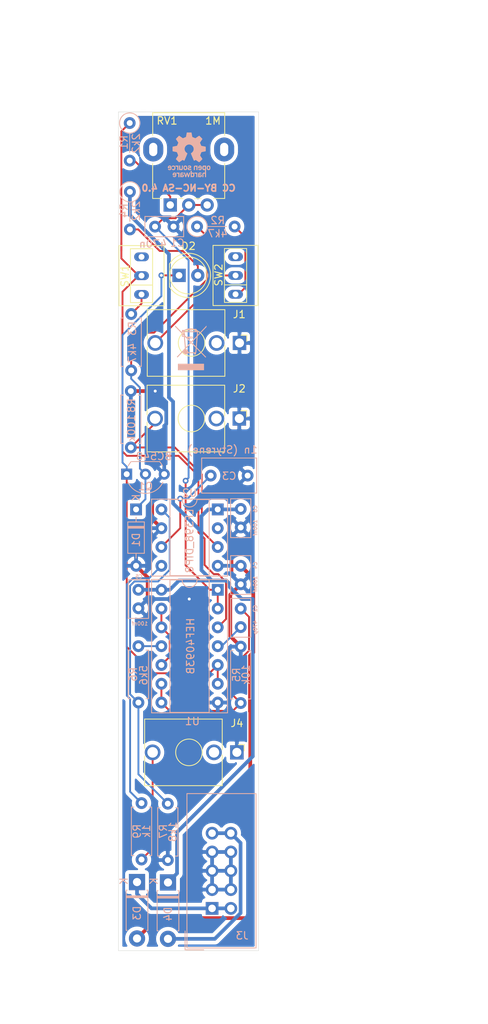
<source format=kicad_pcb>
(kicad_pcb (version 20171130) (host pcbnew "(5.1.4)-1")
  (layers (0 F.Cu signal) (31 B.Cu signal) (34 B.Paste user) (35 F.Paste user) (36 B.SilkS user) (37 F.SilkS user) (38 B.Mask user) (39 F.Mask user) (44 Edge.Cuts user))
  (net 0 "")
  (net 1 Earth)
  (net 2 "Net-(C1-Pad1)")
  (net 3 "Net-(C2-Pad2)")
  (net 4 "Net-(C2-Pad1)")
  (net 5 "Net-(C3-Pad1)")
  (net 6 "Net-(D1-Pad1)")
  (net 7 "Net-(D2-Pad2)")
  (net 8 "Net-(D2-Pad1)")
  (net 9 -12V)
  (net 10 "Net-(D3-Pad1)")
  (net 11 "Net-(D4-Pad2)")
  (net 12 +12V)
  (net 13 "Net-(J1-PadT)")
  (net 14 "Net-(J2-PadT)")
  (net 15 "Net-(J4-PadT)")
  (net 16 "Net-(R1-Pad2)")
  (net 17 "Net-(R1-Pad1)")
  (net 18 "Net-(R3-Pad2)")
  (net 19 "Net-(R6-Pad2)")
  (net 20 "Net-(R6-Pad1)")
  (net 21 "Net-(U1-Pad10)")
  (net 22 "Net-(U2-Pad2)")
  (net 23 "Net-(SW1-Pad3)")
  (net 24 "Net-(R2-Pad2)")
  (net 25 "Net-(SW2-Pad3)")
  (net 26 "Net-(R9-Pad2)")
  (module Symbol:WEEE-Logo_4.2x6mm_SilkScreen (layer B.Cu) (at 112.8268 110.6932 180)
    (fp_text reference J26 hide)
    (fp_text value WEEE hide)
  )
  (module Symbol:OSHW-Logo_5.7x6mm_SilkScreen (layer B.Cu) (at 112.5982 84.6074 180)
    (fp_text reference J27 hide)
    (fp_text value OSHW hide)
  )
  (module Resistor_THT:R_Axial_DIN0207_L6.3mm_D2.5mm_P5.08mm_Vertical (layer B.Cu) (at 104.5718 89.6112 270)
    (fp_text reference R4 (at 2.54 0.8128 270) (layer B.SilkS) (effects (justify mirror)))
    (fp_text value 2k2 (at 2.5908 -0.8382 270) (layer B.SilkS) (effects (justify mirror)))
    (pad 2 thru_hole oval (at 5.08 0 270) (size 1.6 1.6) (drill 0.8) (layers *.Cu *.Mask) (net 7 "Net-(D2-Pad2)"))
    (pad 1 thru_hole circle (at 0 0 270) (size 1.6 1.6) (drill 0.8) (layers *.Cu *.Mask) (net 12 +12V))
  )
  (module Resistor_THT:R_Axial_DIN0207_L6.3mm_D2.5mm_P5.08mm_Vertical (layer B.Cu) (at 113.665 94.2975)
    (fp_text reference R2 (at 2.794 -0.8255) (layer B.SilkS) (effects (justify mirror)))
    (fp_text value 4k7 (at 2.794 0.9525) (layer B.SilkS) (effects (justify mirror)))
    (pad 2 thru_hole oval (at 5.08 0) (size 1.6 1.6) (drill 0.8) (layers *.Cu *.Mask) (net 24 "Net-(R2-Pad2)"))
    (pad 1 thru_hole circle (at 0 0) (size 1.6 1.6) (drill 0.8) (layers *.Cu *.Mask) (net 6 "Net-(D1-Pad1)"))
  )
  (module Resistor_THT:R_Axial_DIN0207_L6.3mm_D2.5mm_P5.08mm_Vertical (layer B.Cu) (at 104.5464 80.3148 270)
    (fp_text reference R1 (at 2.6162 0.7874 90) (layer B.SilkS) (effects (justify mirror)))
    (fp_text value 2k2 (at 2.7432 -0.8636 90) (layer B.SilkS) (effects (justify mirror)))
    (pad 2 thru_hole oval (at 5.08 0 270) (size 1.6 1.6) (drill 0.8) (layers *.Cu *.Mask) (net 16 "Net-(R1-Pad2)"))
    (pad 1 thru_hole circle (at 0 0 270) (size 1.6 1.6) (drill 0.8) (layers *.Cu *.Mask) (net 17 "Net-(R1-Pad1)"))
  )
  (module RS:sub-mini-spdt-thonk (layer F.Cu) (at 118.999 100.9142)
    (fp_text reference SW2 (at -2.413 -0.0762 270) (layer F.SilkS))
    (fp_text value SW_SPDT)
    (pad 3 thru_hole oval (at -0.127 -2.54 90) (size 1.2 2) (drill 0.8) (layers *.Cu *.Mask) (net 25 "Net-(SW2-Pad3)"))
    (pad 2 thru_hole oval (at -0.127 0 90) (size 1.2 2) (drill 0.8) (layers *.Cu *.Mask) (net 13 "Net-(J1-PadT)"))
    (pad 1 thru_hole oval (at -0.127 2.54 90) (size 1.2 2) (drill 0.8) (layers *.Cu *.Mask) (net 24 "Net-(R2-Pad2)"))
  )
  (module RS:sub-mini-spdt-thonk (layer F.Cu) (at 106.2736 100.9396)
    (fp_text reference SW1 (at -2.3876 0.0254 270) (layer F.SilkS))
    (fp_text value SW_SPDT)
    (pad 3 thru_hole oval (at -0.127 -2.54 90) (size 1.2 2) (drill 0.8) (layers *.Cu *.Mask) (net 23 "Net-(SW1-Pad3)"))
    (pad 2 thru_hole oval (at -0.127 0 90) (size 1.2 2) (drill 0.8) (layers *.Cu *.Mask) (net 17 "Net-(R1-Pad1)"))
    (pad 1 thru_hole oval (at -0.127 2.54 90) (size 1.2 2) (drill 0.8) (layers *.Cu *.Mask) (net 18 "Net-(R3-Pad2)"))
  )
  (module Resistor_THT:R_Axial_DIN0207_L6.3mm_D2.5mm_P7.62mm_Horizontal (layer B.Cu) (at 106.1466 179.832 90)
    (fp_text reference R9 (at 3.81 -0.6096 270) (layer B.SilkS) (effects (justify mirror)))
    (fp_text value 1k (at 3.81 0.6604 270) (layer B.SilkS) (effects (justify mirror)))
    (pad 2 thru_hole oval (at 7.62 0 90) (size 1.6 1.6) (drill 0.8) (layers *.Cu *.Mask) (net 26 "Net-(R9-Pad2)"))
    (pad 1 thru_hole circle (at 0 0 90) (size 1.6 1.6) (drill 0.8) (layers *.Cu *.Mask) (net 15 "Net-(J4-PadT)"))
  )
  (module Resistor_THT:R_Axial_DIN0207_L6.3mm_D2.5mm_P7.62mm_Horizontal (layer B.Cu) (at 104.6988 124.1552 90)
    (fp_text reference R8 (at 5.6642 0.0762 270) (layer B.SilkS) (effects (justify mirror)))
    (fp_text value 100k (at 2.6162 0.0762 270) (layer B.SilkS) (effects (justify mirror)))
    (pad 2 thru_hole oval (at 7.62 0 90) (size 1.6 1.6) (drill 0.8) (layers *.Cu *.Mask) (net 1 Earth))
    (pad 1 thru_hole circle (at 0 0 90) (size 1.6 1.6) (drill 0.8) (layers *.Cu *.Mask) (net 14 "Net-(J2-PadT)"))
  )
  (module Resistor_THT:R_Axial_DIN0207_L6.3mm_D2.5mm_P7.62mm_Horizontal (layer B.Cu) (at 109.7026 172.2882 270)
    (fp_text reference R7 (at 3.7338 0.6096 270) (layer B.SilkS) (effects (justify mirror)))
    (fp_text value 1k8 (at 3.81 -0.6604 270) (layer B.SilkS) (effects (justify mirror)))
    (pad 2 thru_hole oval (at 7.62 0 270) (size 1.6 1.6) (drill 0.8) (layers *.Cu *.Mask) (net 1 Earth))
    (pad 1 thru_hole circle (at 0 0 270) (size 1.6 1.6) (drill 0.8) (layers *.Cu *.Mask) (net 20 "Net-(R6-Pad1)"))
  )
  (module Resistor_THT:R_Axial_DIN0207_L6.3mm_D2.5mm_P7.62mm_Horizontal (layer B.Cu) (at 105.7275 158.623 90)
    (fp_text reference R6 (at 3.81 -0.6985 270) (layer B.SilkS) (effects (justify mirror)))
    (fp_text value 5k6 (at 3.683 0.6985 270) (layer B.SilkS) (effects (justify mirror)))
    (pad 2 thru_hole oval (at 7.62 0 90) (size 1.6 1.6) (drill 0.8) (layers *.Cu *.Mask) (net 19 "Net-(R6-Pad2)"))
    (pad 1 thru_hole circle (at 0 0 90) (size 1.6 1.6) (drill 0.8) (layers *.Cu *.Mask) (net 20 "Net-(R6-Pad1)"))
  )
  (module Resistor_THT:R_Axial_DIN0207_L6.3mm_D2.5mm_P7.62mm_Horizontal (layer B.Cu) (at 119.5705 158.6865 90)
    (fp_text reference R5 (at 3.81 -0.5715 270) (layer B.SilkS) (effects (justify mirror)))
    (fp_text value 10k (at 3.81 0.6985 270) (layer B.SilkS) (effects (justify mirror)))
    (pad 2 thru_hole oval (at 7.62 0 90) (size 1.6 1.6) (drill 0.8) (layers *.Cu *.Mask) (net 1 Earth))
    (pad 1 thru_hole circle (at 0 0 90) (size 1.6 1.6) (drill 0.8) (layers *.Cu *.Mask) (net 4 "Net-(C2-Pad1)"))
  )
  (module Resistor_THT:R_Axial_DIN0207_L6.3mm_D2.5mm_P7.62mm_Horizontal (layer B.Cu) (at 104.7496 113.7412 90)
    (fp_text reference R3 (at 5.6642 0.1524 270) (layer B.SilkS) (effects (justify mirror)))
    (fp_text value 4k7 (at 2.3622 0.1524 270) (layer B.SilkS) (effects (justify mirror)))
    (pad 2 thru_hole oval (at 7.62 0 90) (size 1.6 1.6) (drill 0.8) (layers *.Cu *.Mask) (net 18 "Net-(R3-Pad2)"))
    (pad 1 thru_hole circle (at 0 0 90) (size 1.6 1.6) (drill 0.8) (layers *.Cu *.Mask) (net 6 "Net-(D1-Pad1)"))
  )
  (module Package_TO_SOT_THT:TO-92L_Inline_Wide (layer B.Cu) (at 104.14 127.762)
    (fp_text reference Q1 (at 2.54 1.651) (layer B.SilkS) (effects (justify mirror)))
    (fp_text value BC548 (at 3.683 -2.413) (layer B.SilkS) (effects (justify mirror)))
    (pad 1 thru_hole rect (at 0 0 270) (size 1.5 1.5) (drill 0.8) (layers *.Cu *.Mask) (net 8 "Net-(D2-Pad1)"))
    (pad 3 thru_hole circle (at 5.08 0 270) (size 1.5 1.5) (drill 0.8) (layers *.Cu *.Mask) (net 1 Earth))
    (pad 2 thru_hole circle (at 2.54 0 270) (size 1.5 1.5) (drill 0.8) (layers *.Cu *.Mask) (net 6 "Net-(D1-Pad1)"))
  )
  (module Package_DIP:DIP-8_W7.62mm_Socket (layer B.Cu) (at 116.459 132.5245 180)
    (fp_text reference U2 (at 3.81 2.2225) (layer B.SilkS) (effects (justify mirror)))
    (fp_text value LF398_DIP8 (at 3.81 -4.2545 90) (layer B.SilkS) (effects (justify mirror)))
    (pad 8 thru_hole oval (at 7.62 0 180) (size 1.6 1.6) (drill 0.8) (layers *.Cu *.Mask) (net 20 "Net-(R6-Pad1)"))
    (pad 4 thru_hole oval (at 0 -7.62 180) (size 1.6 1.6) (drill 0.8) (layers *.Cu *.Mask) (net 9 -12V))
    (pad 7 thru_hole oval (at 7.62 -2.54 180) (size 1.6 1.6) (drill 0.8) (layers *.Cu *.Mask) (net 1 Earth))
    (pad 3 thru_hole oval (at 0 -5.08 180) (size 1.6 1.6) (drill 0.8) (layers *.Cu *.Mask) (net 14 "Net-(J2-PadT)"))
    (pad 6 thru_hole oval (at 7.62 -5.08 180) (size 1.6 1.6) (drill 0.8) (layers *.Cu *.Mask) (net 5 "Net-(C3-Pad1)"))
    (pad 2 thru_hole oval (at 0 -2.54 180) (size 1.6 1.6) (drill 0.8) (layers *.Cu *.Mask) (net 22 "Net-(U2-Pad2)"))
    (pad 5 thru_hole oval (at 7.62 -7.62 180) (size 1.6 1.6) (drill 0.8) (layers *.Cu *.Mask) (net 26 "Net-(R9-Pad2)"))
    (pad 1 thru_hole rect (at 0 0 180) (size 1.6 1.6) (drill 0.8) (layers *.Cu *.Mask) (net 12 +12V))
  )
  (module Package_DIP:DIP-14_W7.62mm_Socket (layer B.Cu) (at 116.459 143.383 180)
    (fp_text reference U1 (at 3.429 -17.78) (layer B.SilkS) (effects (justify mirror)))
    (fp_text value HEF4093B (at 3.683 -7.62 90) (layer B.SilkS) (effects (justify mirror)))
    (pad 14 thru_hole oval (at 7.62 0 180) (size 1.6 1.6) (drill 0.8) (layers *.Cu *.Mask) (net 12 +12V))
    (pad 7 thru_hole oval (at 0 -15.24 180) (size 1.6 1.6) (drill 0.8) (layers *.Cu *.Mask) (net 1 Earth))
    (pad 13 thru_hole oval (at 7.62 -2.54 180) (size 1.6 1.6) (drill 0.8) (layers *.Cu *.Mask) (net 21 "Net-(U1-Pad10)"))
    (pad 6 thru_hole oval (at 0 -12.7 180) (size 1.6 1.6) (drill 0.8) (layers *.Cu *.Mask) (net 8 "Net-(D2-Pad1)"))
    (pad 12 thru_hole oval (at 7.62 -5.08 180) (size 1.6 1.6) (drill 0.8) (layers *.Cu *.Mask) (net 21 "Net-(U1-Pad10)"))
    (pad 5 thru_hole oval (at 0 -10.16 180) (size 1.6 1.6) (drill 0.8) (layers *.Cu *.Mask) (net 8 "Net-(D2-Pad1)"))
    (pad 11 thru_hole oval (at 7.62 -7.62 180) (size 1.6 1.6) (drill 0.8) (layers *.Cu *.Mask) (net 19 "Net-(R6-Pad2)"))
    (pad 4 thru_hole oval (at 0 -7.62 180) (size 1.6 1.6) (drill 0.8) (layers *.Cu *.Mask) (net 3 "Net-(C2-Pad2)"))
    (pad 10 thru_hole oval (at 7.62 -10.16 180) (size 1.6 1.6) (drill 0.8) (layers *.Cu *.Mask) (net 21 "Net-(U1-Pad10)"))
    (pad 3 thru_hole oval (at 0 -5.08 180) (size 1.6 1.6) (drill 0.8) (layers *.Cu *.Mask) (net 17 "Net-(R1-Pad1)"))
    (pad 9 thru_hole oval (at 7.62 -12.7 180) (size 1.6 1.6) (drill 0.8) (layers *.Cu *.Mask) (net 4 "Net-(C2-Pad1)"))
    (pad 2 thru_hole oval (at 0 -2.54 180) (size 1.6 1.6) (drill 0.8) (layers *.Cu *.Mask) (net 2 "Net-(C1-Pad1)"))
    (pad 8 thru_hole oval (at 7.62 -15.24 180) (size 1.6 1.6) (drill 0.8) (layers *.Cu *.Mask) (net 4 "Net-(C2-Pad1)"))
    (pad 1 thru_hole rect (at 0 0 180) (size 1.6 1.6) (drill 0.8) (layers *.Cu *.Mask) (net 2 "Net-(C1-Pad1)"))
  )
  (module Capacitor_THT:C_Disc_D5.0mm_W2.5mm_P2.50mm (layer B.Cu) (at 119.5705 132.461 270)
    (fp_text reference C6 (at 0 -1.9685 270) (layer B.SilkS) (effects (font (size 0.5 0.5) (thickness 0.1)) (justify mirror)))
    (fp_text value 100nf (at 2.54 -1.9685 270) (layer B.SilkS) (effects (font (size 0.5 0.5) (thickness 0.1)) (justify mirror)))
    (pad 2 thru_hole circle (at 2.5 0 270) (size 1.6 1.6) (drill 0.8) (layers *.Cu *.Mask) (net 1 Earth))
    (pad 1 thru_hole circle (at 0 0 270) (size 1.6 1.6) (drill 0.8) (layers *.Cu *.Mask) (net 12 +12V))
  )
  (module Capacitor_THT:C_Disc_D5.0mm_W2.5mm_P2.50mm (layer B.Cu) (at 105.7275 143.383 270)
    (fp_text reference C5 (at -1.778 -0.0635) (layer B.SilkS) (effects (font (size 0.5 0.5) (thickness 0.1)) (justify mirror)))
    (fp_text value 100nf (at 4.572 -0.1905) (layer B.SilkS) (effects (font (size 0.5 0.5) (thickness 0.1)) (justify mirror)))
    (pad 2 thru_hole circle (at 2.5 0 270) (size 1.6 1.6) (drill 0.8) (layers *.Cu *.Mask) (net 1 Earth))
    (pad 1 thru_hole circle (at 0 0 270) (size 1.6 1.6) (drill 0.8) (layers *.Cu *.Mask) (net 12 +12V))
  )
  (module Capacitor_THT:C_Disc_D5.0mm_W2.5mm_P2.50mm (layer B.Cu) (at 119.5705 140.1445 270)
    (fp_text reference C4 (at -0.0635 -1.9685 270) (layer B.SilkS) (effects (font (size 0.5 0.5) (thickness 0.1)) (justify mirror)))
    (fp_text value 100nf (at 2.4765 -1.9685 270) (layer B.SilkS) (effects (font (size 0.5 0.5) (thickness 0.1)) (justify mirror)))
    (pad 2 thru_hole circle (at 2.5 0 270) (size 1.6 1.6) (drill 0.8) (layers *.Cu *.Mask) (net 1 Earth))
    (pad 1 thru_hole circle (at 0 0 270) (size 1.6 1.6) (drill 0.8) (layers *.Cu *.Mask) (net 9 -12V))
  )
  (module Potentiometer_THT:Potentiometer_Alpha_RD901F-40-00D_Single_Vertical (layer F.Cu) (at 110.0328 91.3892 90)
    (fp_text reference RV1 (at 11.3792 -0.4318) (layer F.SilkS))
    (fp_text value 1M (at 11.3792 5.7912) (layer F.SilkS))
    (pad "" thru_hole oval (at 7.5 -2.3 180) (size 2.72 3.24) (drill oval 1.1 1.8) (layers *.Cu *.Mask))
    (pad "" thru_hole oval (at 7.5 7.3 180) (size 2.72 3.24) (drill oval 1.1 1.8) (layers *.Cu *.Mask))
    (pad 3 thru_hole circle (at 0 5 180) (size 1.8 1.8) (drill 1) (layers *.Cu *.Mask) (net 2 "Net-(C1-Pad1)"))
    (pad 2 thru_hole circle (at 0 2.5 180) (size 1.8 1.8) (drill 1) (layers *.Cu *.Mask) (net 2 "Net-(C1-Pad1)"))
    (pad 1 thru_hole rect (at 0 0 180) (size 1.8 1.8) (drill 1) (layers *.Cu *.Mask) (net 16 "Net-(R1-Pad2)"))
  )
  (module Connector_Audio:Jack_3.5mm_QingPu_WQP-PJ398SM_Vertical_CircularHoles (layer F.Cu) (at 119.0498 165.354 270)
    (fp_text reference J4 (at -3.937 -0.0127) (layer F.SilkS))
    (fp_text value AudioJack2)
    (pad T thru_hole circle (at 0 11.4 90) (size 2.13 2.13) (drill 1.43) (layers *.Cu *.Mask) (net 15 "Net-(J4-PadT)"))
    (pad S thru_hole rect (at 0 0 90) (size 1.93 1.83) (drill 1.22) (layers *.Cu *.Mask) (net 1 Earth))
    (pad TN thru_hole circle (at 0 3.1 90) (size 2.13 2.13) (drill 1.42) (layers *.Cu *.Mask))
  )
  (module Connector_IDC:IDC-Header_2x05_P2.54mm_Vertical (layer B.Cu) (at 115.697 186.436)
    (fp_text reference J3 (at 4.064 3.683) (layer B.SilkS) (effects (justify mirror)))
    (fp_text value Conn_02x05_Odd_Even)
    (pad 10 thru_hole oval (at 2.54 -10.16) (size 1.7272 1.7272) (drill 1.016) (layers *.Cu *.Mask) (net 11 "Net-(D4-Pad2)"))
    (pad 9 thru_hole oval (at 0 -10.16) (size 1.7272 1.7272) (drill 1.016) (layers *.Cu *.Mask) (net 11 "Net-(D4-Pad2)"))
    (pad 8 thru_hole oval (at 2.54 -7.62) (size 1.7272 1.7272) (drill 1.016) (layers *.Cu *.Mask) (net 1 Earth))
    (pad 7 thru_hole oval (at 0 -7.62) (size 1.7272 1.7272) (drill 1.016) (layers *.Cu *.Mask) (net 1 Earth))
    (pad 6 thru_hole oval (at 2.54 -5.08) (size 1.7272 1.7272) (drill 1.016) (layers *.Cu *.Mask) (net 1 Earth))
    (pad 5 thru_hole oval (at 0 -5.08) (size 1.7272 1.7272) (drill 1.016) (layers *.Cu *.Mask) (net 1 Earth))
    (pad 4 thru_hole oval (at 2.54 -2.54) (size 1.7272 1.7272) (drill 1.016) (layers *.Cu *.Mask) (net 1 Earth))
    (pad 3 thru_hole oval (at 0 -2.54) (size 1.7272 1.7272) (drill 1.016) (layers *.Cu *.Mask) (net 1 Earth))
    (pad 2 thru_hole oval (at 2.54 0) (size 1.7272 1.7272) (drill 1.016) (layers *.Cu *.Mask) (net 10 "Net-(D3-Pad1)"))
    (pad 1 thru_hole rect (at 0 0) (size 1.7272 1.7272) (drill 1.016) (layers *.Cu *.Mask) (net 10 "Net-(D3-Pad1)"))
  )
  (module Connector_Audio:Jack_3.5mm_QingPu_WQP-PJ398SM_Vertical_CircularHoles (layer F.Cu) (at 119.38 120.2436 270)
    (fp_text reference J2 (at -4.03 0) (layer F.SilkS))
    (fp_text value AudioJack2)
    (pad T thru_hole circle (at 0 11.4 90) (size 2.13 2.13) (drill 1.43) (layers *.Cu *.Mask) (net 14 "Net-(J2-PadT)"))
    (pad S thru_hole rect (at 0 0 90) (size 1.93 1.83) (drill 1.22) (layers *.Cu *.Mask) (net 1 Earth))
    (pad TN thru_hole circle (at 0 3.1 90) (size 2.13 2.13) (drill 1.42) (layers *.Cu *.Mask))
  )
  (module Connector_Audio:Jack_3.5mm_QingPu_WQP-PJ398SM_Vertical_CircularHoles (layer F.Cu) (at 119.4054 110.0328 270)
    (fp_text reference J1 (at -3.8608 0.0254) (layer F.SilkS))
    (fp_text value AudioJack2)
    (pad T thru_hole circle (at 0 11.4 90) (size 2.13 2.13) (drill 1.43) (layers *.Cu *.Mask) (net 13 "Net-(J1-PadT)"))
    (pad S thru_hole rect (at 0 0 90) (size 1.93 1.83) (drill 1.22) (layers *.Cu *.Mask) (net 1 Earth))
    (pad TN thru_hole circle (at 0 3.1 90) (size 2.13 2.13) (drill 1.42) (layers *.Cu *.Mask))
  )
  (module Diode_THT:D_DO-41_SOD81_P7.62mm_Horizontal (layer B.Cu) (at 109.728 182.9308 270)
    (fp_text reference D4 (at 4.2672 0 270) (layer B.SilkS) (effects (justify mirror)))
    (fp_text value D_Schottky)
    (fp_text user K (at -0.1778 1.905 270) (layer B.SilkS) (effects (justify mirror)))
    (pad 2 thru_hole oval (at 7.62 0 270) (size 2.2 2.2) (drill 1.1) (layers *.Cu *.Mask) (net 11 "Net-(D4-Pad2)"))
    (pad 1 thru_hole rect (at 0 0 270) (size 2.2 2.2) (drill 1.1) (layers *.Cu *.Mask) (net 12 +12V))
  )
  (module Diode_THT:D_DO-41_SOD81_P7.62mm_Horizontal (layer B.Cu) (at 105.537 182.88 270)
    (fp_text reference D3 (at 4.191 0 270) (layer B.SilkS) (effects (justify mirror)))
    (fp_text value D_Schottky)
    (fp_text user K (at -0.127 1.778 270) (layer B.SilkS) (effects (justify mirror)))
    (pad 2 thru_hole oval (at 7.62 0 270) (size 2.2 2.2) (drill 1.1) (layers *.Cu *.Mask) (net 9 -12V))
    (pad 1 thru_hole rect (at 0 0 270) (size 2.2 2.2) (drill 1.1) (layers *.Cu *.Mask) (net 10 "Net-(D3-Pad1)"))
  )
  (module LED_THT:LED_D5.0mm (layer F.Cu) (at 111.2266 100.9015)
    (fp_text reference D2 (at 1.27 -3.96) (layer F.SilkS))
    (fp_text value LED)
    (pad 2 thru_hole circle (at 2.54 0) (size 1.8 1.8) (drill 0.9) (layers *.Cu *.Mask) (net 7 "Net-(D2-Pad2)"))
    (pad 1 thru_hole rect (at 0 0) (size 1.8 1.8) (drill 0.9) (layers *.Cu *.Mask) (net 8 "Net-(D2-Pad1)"))
  )
  (module Diode_THT:D_DO-35_SOD27_P7.62mm_Horizontal (layer B.Cu) (at 105.41 132.5245 270)
    (fp_text reference D1 (at 4.1275 0 270) (layer B.SilkS) (effects (justify mirror)))
    (fp_text value 1N4148)
    (fp_text user K (at -1.5875 0 270) (layer B.SilkS) (effects (justify mirror)))
    (pad 2 thru_hole oval (at 7.62 0 270) (size 1.6 1.6) (drill 0.8) (layers *.Cu *.Mask) (net 1 Earth))
    (pad 1 thru_hole rect (at 0 0 270) (size 1.6 1.6) (drill 0.8) (layers *.Cu *.Mask) (net 6 "Net-(D1-Pad1)"))
  )
  (module Capacitor_THT:C_Rect_L7.2mm_W4.5mm_P5.00mm_FKS2_FKP2_MKS2_MKP2 (layer B.Cu) (at 115.5065 127.9525)
    (fp_text reference C3 (at 2.5 0.0635) (layer B.SilkS) (effects (justify mirror)))
    (fp_text value "1n (Styrene)" (at 1.5875 -3.4925) (layer B.SilkS) (effects (justify mirror)))
    (pad 2 thru_hole circle (at 5 0) (size 1.6 1.6) (drill 0.8) (layers *.Cu *.Mask) (net 1 Earth))
    (pad 1 thru_hole circle (at 0 0) (size 1.6 1.6) (drill 0.8) (layers *.Cu *.Mask) (net 5 "Net-(C3-Pad1)"))
  )
  (module Capacitor_THT:C_Disc_D5.0mm_W2.5mm_P2.50mm (layer B.Cu) (at 119.5705 145.923 270)
    (fp_text reference C2 (at 0 -1.9685 270) (layer B.SilkS) (effects (font (size 0.5 0.5) (thickness 0.1)) (justify mirror)))
    (fp_text value 470p (at 2.54 -1.9685 270) (layer B.SilkS) (effects (font (size 0.5 0.5) (thickness 0.1)) (justify mirror)))
    (pad 2 thru_hole circle (at 2.5 0 270) (size 1.6 1.6) (drill 0.8) (layers *.Cu *.Mask) (net 3 "Net-(C2-Pad2)"))
    (pad 1 thru_hole circle (at 0 0 270) (size 1.6 1.6) (drill 0.8) (layers *.Cu *.Mask) (net 4 "Net-(C2-Pad1)"))
  )
  (module Capacitor_THT:C_Disc_D5.0mm_W2.5mm_P2.50mm (layer B.Cu) (at 107.9754 94.3102)
    (fp_text reference C1 (at 3.0226 2.2098) (layer B.SilkS) (effects (justify mirror)))
    (fp_text value 470n (at -0.2794 2.3368) (layer B.SilkS) (effects (justify mirror)))
    (pad 2 thru_hole circle (at 2.5 0) (size 1.6 1.6) (drill 0.8) (layers *.Cu *.Mask) (net 1 Earth))
    (pad 1 thru_hole circle (at 0 0) (size 1.6 1.6) (drill 0.8) (layers *.Cu *.Mask) (net 2 "Net-(C1-Pad1)"))
  )
  (gr_text "CC BY-NC-SA 4.0" (at 112.522 89.1032) (layer B.SilkS) (effects (font (size 0.9 0.9) (thickness 0.225)) (justify mirror)))
  (gr_line (start 103.0224 192.151) (end 103.0224 78.8162) (layer Edge.Cuts) (width 0.05))
  (gr_line (start 121.9835 78.8035) (end 103.0224 78.8162) (layer Edge.Cuts) (width 0.05))
  (gr_line (start 121.9835 192.151) (end 121.9835 78.8035) (layer Edge.Cuts) (width 0.05))
  (gr_line (start 103.0224 192.151) (end 121.9835 192.151) (layer Edge.Cuts) (width 0.05))
  (segment (start 119.38 126.826) (end 120.5065 127.9525) (width 0.5) (layer F.Cu) (net 1))
  (segment (start 119.38 120.2436) (end 119.38 126.826) (width 0.5) (layer F.Cu) (net 1))
  (segment (start 107.588999 133.814499) (end 108.839 135.0645) (width 0.5) (layer F.Cu) (net 1))
  (segment (start 107.588999 129.393001) (end 107.588999 133.814499) (width 0.5) (layer F.Cu) (net 1))
  (segment (start 109.22 127.762) (end 107.588999 129.393001) (width 0.5) (layer F.Cu) (net 1))
  (segment (start 105.41 138.4935) (end 108.839 135.0645) (width 0.5) (layer B.Cu) (net 1))
  (segment (start 105.41 140.1445) (end 105.41 138.4935) (width 0.5) (layer B.Cu) (net 1))
  (segment (start 118.320499 136.211001) (end 119.5705 134.961) (width 0.5) (layer F.Cu) (net 1))
  (segment (start 118.320499 141.394499) (end 118.320499 136.211001) (width 0.5) (layer F.Cu) (net 1))
  (segment (start 119.5705 142.6445) (end 118.320499 141.394499) (width 0.5) (layer F.Cu) (net 1))
  (segment (start 106.977501 144.632999) (end 105.7275 145.883) (width 0.5) (layer F.Cu) (net 1))
  (segment (start 106.977501 141.712001) (end 106.977501 144.632999) (width 0.5) (layer F.Cu) (net 1))
  (segment (start 105.41 140.1445) (end 106.977501 141.712001) (width 0.5) (layer F.Cu) (net 1))
  (segment (start 119.5705 142.6445) (end 118.159012 144.055988) (width 0.5) (layer F.Cu) (net 1))
  (segment (start 118.159012 144.055988) (end 118.159012 149.655012) (width 0.5) (layer F.Cu) (net 1))
  (segment (start 118.770501 150.266501) (end 119.5705 151.0665) (width 0.5) (layer F.Cu) (net 1))
  (segment (start 118.159012 149.655012) (end 118.770501 150.266501) (width 0.5) (layer F.Cu) (net 1))
  (segment (start 105.7275 145.883) (end 106.937501 144.672999) (width 0.5) (layer F.Cu) (net 1))
  (segment (start 106.977499 144.633001) (end 112.605499 144.633001) (width 0.5) (layer B.Cu) (net 1))
  (segment (start 105.7275 145.883) (end 106.977499 144.633001) (width 0.5) (layer B.Cu) (net 1))
  (segment (start 112.605499 144.633001) (end 112.605499 144.633001) (width 0.5) (layer B.Cu) (net 1))
  (via (at 112.605499 144.633001) (size 0.8) (drill 0.4) (layers F.Cu B.Cu) (net 1))
  (segment (start 104.6988 116.5352) (end 108.0008 116.5352) (width 0.5) (layer F.Cu) (net 1))
  (segment (start 108.0008 116.5352) (end 108.0008 116.5352) (width 0.5) (layer F.Cu) (net 1))
  (via (at 108.0008 116.5352) (size 0.8) (drill 0.4) (layers F.Cu B.Cu) (net 1))
  (segment (start 108.400799 116.935199) (end 108.0008 116.5352) (width 0.5) (layer B.Cu) (net 1))
  (segment (start 109.495001 118.029401) (end 108.400799 116.935199) (width 0.5) (layer B.Cu) (net 1))
  (segment (start 109.22 121.245802) (end 109.495001 120.970801) (width 0.5) (layer B.Cu) (net 1))
  (segment (start 109.22 127.762) (end 109.22 121.245802) (width 0.5) (layer B.Cu) (net 1))
  (segment (start 109.495001 120.970801) (end 109.495001 118.029401) (width 0.5) (layer B.Cu) (net 1))
  (segment (start 116.459 143.383) (end 116.459 145.923) (width 0.25) (layer F.Cu) (net 2))
  (segment (start 113.760008 91.3892) (end 112.5328 91.3892) (width 0.25) (layer F.Cu) (net 2))
  (segment (start 115.0328 91.3892) (end 113.760008 91.3892) (width 0.25) (layer F.Cu) (net 2))
  (segment (start 108.775399 93.510201) (end 107.9754 94.3102) (width 0.25) (layer F.Cu) (net 2))
  (segment (start 109.100401 93.185199) (end 108.775399 93.510201) (width 0.25) (layer F.Cu) (net 2))
  (segment (start 110.736801 93.185199) (end 109.100401 93.185199) (width 0.25) (layer F.Cu) (net 2))
  (segment (start 112.5328 91.3892) (end 110.736801 93.185199) (width 0.25) (layer F.Cu) (net 2))
  (segment (start 116.459 143.383) (end 115.409 143.383) (width 0.25) (layer F.Cu) (net 2))
  (segment (start 115.409 143.383) (end 112.1156 140.0896) (width 0.25) (layer F.Cu) (net 2))
  (segment (start 112.1156 140.0896) (end 112.1156 128.651) (width 0.25) (layer F.Cu) (net 2))
  (segment (start 112.1156 128.651) (end 112.1156 128.651) (width 0.25) (layer F.Cu) (net 2))
  (via (at 112.1156 128.651) (size 0.8) (drill 0.4) (layers F.Cu B.Cu) (net 2))
  (segment (start 108.775399 95.110199) (end 107.9754 94.3102) (width 0.25) (layer B.Cu) (net 2))
  (segment (start 112.515599 98.850399) (end 108.775399 95.110199) (width 0.25) (layer B.Cu) (net 2))
  (segment (start 112.515599 128.251001) (end 112.515599 98.850399) (width 0.25) (layer B.Cu) (net 2))
  (segment (start 112.1156 128.651) (end 112.515599 128.251001) (width 0.25) (layer B.Cu) (net 2))
  (segment (start 116.9905 151.003) (end 116.459 151.003) (width 0.25) (layer B.Cu) (net 3))
  (segment (start 119.5705 148.423) (end 116.9905 151.003) (width 0.25) (layer B.Cu) (net 3))
  (segment (start 109.964001 159.748001) (end 108.839 158.623) (width 0.25) (layer F.Cu) (net 4))
  (segment (start 118.508999 159.748001) (end 109.964001 159.748001) (width 0.25) (layer F.Cu) (net 4))
  (segment (start 119.5705 158.6865) (end 118.508999 159.748001) (width 0.25) (layer F.Cu) (net 4))
  (segment (start 108.839 158.623) (end 108.839 156.083) (width 0.25) (layer F.Cu) (net 4))
  (segment (start 120.695501 147.048001) (end 120.695501 151.606501) (width 0.25) (layer F.Cu) (net 4))
  (segment (start 120.695501 151.606501) (end 118.445499 153.856503) (width 0.25) (layer F.Cu) (net 4))
  (segment (start 119.5705 145.923) (end 120.695501 147.048001) (width 0.25) (layer F.Cu) (net 4))
  (segment (start 118.445499 157.561499) (end 119.5705 158.6865) (width 0.25) (layer F.Cu) (net 4))
  (segment (start 118.445499 153.856503) (end 118.445499 157.561499) (width 0.25) (layer F.Cu) (net 4))
  (segment (start 111.39059 135.05291) (end 111.39059 131.629685) (width 0.25) (layer F.Cu) (net 5))
  (segment (start 111.39059 131.629685) (end 111.39059 131.064) (width 0.25) (layer F.Cu) (net 5))
  (segment (start 108.839 137.6045) (end 111.39059 135.05291) (width 0.25) (layer F.Cu) (net 5))
  (segment (start 112.395 131.064) (end 111.39059 131.064) (width 0.25) (layer B.Cu) (net 5))
  (via (at 111.39059 131.064) (size 0.8) (drill 0.4) (layers F.Cu B.Cu) (net 5))
  (segment (start 115.5065 127.9525) (end 112.395 131.064) (width 0.25) (layer B.Cu) (net 5))
  (segment (start 114.991601 95.624101) (end 113.665 94.2975) (width 0.25) (layer F.Cu) (net 6))
  (segment (start 104.7496 113.7412) (end 104.7496 110.169402) (width 0.25) (layer F.Cu) (net 6))
  (segment (start 107.838303 108.642799) (end 114.991601 101.489501) (width 0.25) (layer F.Cu) (net 6))
  (segment (start 114.991601 101.489501) (end 114.991601 95.624101) (width 0.25) (layer F.Cu) (net 6))
  (segment (start 104.7496 110.169402) (end 106.276203 108.642799) (width 0.25) (layer F.Cu) (net 6))
  (segment (start 106.276203 108.642799) (end 107.838303 108.642799) (width 0.25) (layer F.Cu) (net 6))
  (segment (start 105.433509 132.500991) (end 105.433509 132.5245) (width 0.25) (layer B.Cu) (net 6))
  (segment (start 105.533492 132.401008) (end 105.433509 132.500991) (width 0.25) (layer B.Cu) (net 6))
  (segment (start 105.533492 132.286322) (end 105.533492 132.401008) (width 0.25) (layer B.Cu) (net 6))
  (segment (start 106.68 127.762) (end 106.68 131.139814) (width 0.25) (layer B.Cu) (net 6))
  (segment (start 106.68 131.139814) (end 105.533492 132.286322) (width 0.25) (layer B.Cu) (net 6))
  (segment (start 105.930001 127.012001) (end 106.68 127.762) (width 0.25) (layer B.Cu) (net 6))
  (segment (start 105.930001 116.052971) (end 105.930001 127.012001) (width 0.25) (layer B.Cu) (net 6))
  (segment (start 104.7496 114.87257) (end 105.930001 116.052971) (width 0.25) (layer B.Cu) (net 6))
  (segment (start 104.7496 113.7412) (end 104.7496 114.87257) (width 0.25) (layer B.Cu) (net 6))
  (segment (start 113.7666 100.9015) (end 113.7666 99.628708) (width 0.25) (layer F.Cu) (net 7))
  (segment (start 105.70317 94.6912) (end 108.61147 97.5995) (width 0.25) (layer F.Cu) (net 7))
  (segment (start 104.5718 94.6912) (end 105.70317 94.6912) (width 0.25) (layer F.Cu) (net 7))
  (segment (start 111.737392 97.5995) (end 113.177446 99.039554) (width 0.25) (layer F.Cu) (net 7))
  (segment (start 108.61147 97.5995) (end 111.737392 97.5995) (width 0.25) (layer F.Cu) (net 7))
  (segment (start 113.7666 99.628708) (end 113.177446 99.039554) (width 0.25) (layer F.Cu) (net 7))
  (segment (start 113.177446 99.039554) (end 112.539999 98.402107) (width 0.25) (layer F.Cu) (net 7))
  (via (at 108.839 100.9015) (size 0.8) (drill 0.4) (layers F.Cu B.Cu) (net 8))
  (segment (start 111.2266 100.9015) (end 108.839 100.9015) (width 0.25) (layer F.Cu) (net 8))
  (segment (start 104.14 128.397) (end 104.14 127.397) (width 0.25) (layer B.Cu) (net 8))
  (segment (start 108.839 103.696802) (end 108.839 100.9015) (width 0.25) (layer B.Cu) (net 8))
  (segment (start 103.573799 108.962003) (end 108.839 103.696802) (width 0.25) (layer B.Cu) (net 8))
  (segment (start 103.573799 126.195799) (end 103.573799 108.962003) (width 0.25) (layer B.Cu) (net 8))
  (segment (start 104.14 126.762) (end 103.573799 126.195799) (width 0.25) (layer B.Cu) (net 8))
  (segment (start 104.14 127.762) (end 104.14 126.762) (width 0.25) (layer B.Cu) (net 8))
  (segment (start 116.459 156.083) (end 116.459 153.543) (width 0.25) (layer F.Cu) (net 8))
  (segment (start 104.14 151.080502) (end 104.14 127.762) (width 0.25) (layer F.Cu) (net 8))
  (segment (start 107.727499 154.668001) (end 104.14 151.080502) (width 0.25) (layer F.Cu) (net 8))
  (segment (start 116.459 153.543) (end 115.333999 154.668001) (width 0.25) (layer F.Cu) (net 8))
  (segment (start 115.333999 154.668001) (end 107.727499 154.668001) (width 0.25) (layer F.Cu) (net 8))
  (segment (start 116.459 140.1445) (end 119.5705 140.1445) (width 0.5) (layer B.Cu) (net 9))
  (segment (start 121.270511 151.844679) (end 120.820501 152.294689) (width 0.5) (layer F.Cu) (net 9))
  (segment (start 120.820501 152.294689) (end 120.820501 159.810185) (width 0.5) (layer F.Cu) (net 9))
  (segment (start 120.820501 159.810185) (end 120.864811 159.854495) (width 0.5) (layer F.Cu) (net 9))
  (segment (start 120.864811 159.854495) (end 120.864811 187.237189) (width 0.5) (layer F.Cu) (net 9))
  (segment (start 120.864811 187.237189) (end 120.352399 187.749601) (width 0.5) (layer F.Cu) (net 9))
  (segment (start 121.270511 141.844511) (end 121.270511 151.844679) (width 0.5) (layer F.Cu) (net 9))
  (segment (start 119.5705 140.1445) (end 121.270511 141.844511) (width 0.5) (layer F.Cu) (net 9))
  (segment (start 120.352399 187.749601) (end 110.965401 187.749601) (width 0.5) (layer F.Cu) (net 9))
  (segment (start 110.965401 187.749601) (end 111.168601 187.749601) (width 0.5) (layer F.Cu) (net 9))
  (segment (start 108.287399 187.749601) (end 105.537 190.5) (width 0.5) (layer F.Cu) (net 9))
  (segment (start 110.965401 187.749601) (end 108.287399 187.749601) (width 0.5) (layer F.Cu) (net 9))
  (segment (start 118.237 186.436) (end 115.697 186.436) (width 0.5) (layer B.Cu) (net 10))
  (segment (start 105.537 184.48) (end 105.537 182.88) (width 0.5) (layer B.Cu) (net 10))
  (segment (start 107.493 186.436) (end 105.537 184.48) (width 0.5) (layer B.Cu) (net 10))
  (segment (start 115.697 186.436) (end 107.493 186.436) (width 0.5) (layer B.Cu) (net 10))
  (segment (start 115.697 176.276) (end 118.237 176.276) (width 0.5) (layer B.Cu) (net 11))
  (segment (start 116.06633 190.5508) (end 109.728 190.5508) (width 0.5) (layer B.Cu) (net 11))
  (segment (start 119.550601 187.066529) (end 116.06633 190.5508) (width 0.5) (layer B.Cu) (net 11))
  (segment (start 119.550601 177.589601) (end 119.550601 187.066529) (width 0.5) (layer B.Cu) (net 11))
  (segment (start 118.237 176.276) (end 119.550601 177.589601) (width 0.5) (layer B.Cu) (net 11))
  (segment (start 121.201501 165.892301) (end 121.201501 144.633001) (width 0.5) (layer B.Cu) (net 12))
  (segment (start 110.952601 176.141201) (end 121.201501 165.892301) (width 0.5) (layer B.Cu) (net 12))
  (segment (start 110.952601 181.706199) (end 110.952601 176.141201) (width 0.5) (layer B.Cu) (net 12))
  (segment (start 109.728 182.9308) (end 110.952601 181.706199) (width 0.5) (layer B.Cu) (net 12))
  (segment (start 114.256499 140.735999) (end 114.256499 135.552501) (width 0.5) (layer B.Cu) (net 12))
  (segment (start 105.7275 143.383) (end 108.839 143.383) (width 0.5) (layer B.Cu) (net 12))
  (segment (start 115.653499 142.132999) (end 114.256499 140.735999) (width 0.5) (layer B.Cu) (net 12))
  (segment (start 117.619001 142.132999) (end 115.653499 142.132999) (width 0.5) (layer B.Cu) (net 12))
  (segment (start 121.201501 144.633001) (end 119.708999 144.633001) (width 0.5) (layer B.Cu) (net 12))
  (segment (start 118.030499 142.544497) (end 118.030499 142.954501) (width 0.5) (layer B.Cu) (net 12))
  (segment (start 111.220371 142.132999) (end 117.619001 142.132999) (width 0.5) (layer B.Cu) (net 12))
  (segment (start 117.619001 142.132999) (end 118.030499 142.544497) (width 0.5) (layer B.Cu) (net 12))
  (segment (start 109.97037 143.383) (end 111.220371 142.132999) (width 0.5) (layer B.Cu) (net 12))
  (segment (start 108.839 143.383) (end 109.97037 143.383) (width 0.5) (layer B.Cu) (net 12))
  (segment (start 119.708999 144.633001) (end 118.030499 142.954501) (width 0.5) (layer B.Cu) (net 12))
  (segment (start 115.159 132.5245) (end 116.459 132.5245) (width 0.5) (layer B.Cu) (net 12))
  (segment (start 114.256499 133.427001) (end 115.159 132.5245) (width 0.5) (layer B.Cu) (net 12))
  (segment (start 114.256499 135.552501) (end 114.256499 133.427001) (width 0.5) (layer B.Cu) (net 12))
  (segment (start 119.507 132.5245) (end 119.5705 132.461) (width 0.5) (layer B.Cu) (net 12))
  (segment (start 116.459 132.5245) (end 119.507 132.5245) (width 0.5) (layer B.Cu) (net 12))
  (segment (start 104.5718 89.6112) (end 104.5718 92.756602) (width 0.5) (layer B.Cu) (net 12))
  (segment (start 110.420001 131.716003) (end 111.748249 133.044251) (width 0.5) (layer B.Cu) (net 12))
  (segment (start 111.748249 133.044251) (end 114.256499 135.552501) (width 0.5) (layer B.Cu) (net 12))
  (segment (start 110.420001 117.964436) (end 110.420001 131.716003) (width 0.5) (layer B.Cu) (net 12))
  (segment (start 109.855 98.039802) (end 109.855 117.399435) (width 0.5) (layer B.Cu) (net 12))
  (segment (start 109.855 117.399435) (end 110.420001 117.964436) (width 0.5) (layer B.Cu) (net 12))
  (segment (start 104.5718 92.756602) (end 109.855 98.039802) (width 0.5) (layer B.Cu) (net 12))
  (segment (start 117.124 100.9142) (end 118.6434 100.9142) (width 0.25) (layer F.Cu) (net 13))
  (segment (start 108.0054 110.0328) (end 117.124 100.9142) (width 0.25) (layer F.Cu) (net 13))
  (segment (start 116.459 137.6045) (end 114.3 135.4455) (width 0.25) (layer F.Cu) (net 14))
  (segment (start 114.3 127.7874) (end 110.6678 124.1552) (width 0.25) (layer F.Cu) (net 14))
  (segment (start 114.3 135.4455) (end 114.3 127.7874) (width 0.25) (layer F.Cu) (net 14))
  (segment (start 104.6988 124.1552) (end 110.6678 124.1552) (width 0.25) (layer F.Cu) (net 14))
  (segment (start 107.98 120.874) (end 107.98 120.2436) (width 0.25) (layer F.Cu) (net 14))
  (segment (start 104.6988 124.1552) (end 107.98 120.874) (width 0.25) (layer F.Cu) (net 14))
  (segment (start 107.6498 178.3288) (end 106.1466 179.832) (width 0.25) (layer F.Cu) (net 15))
  (segment (start 107.6498 165.354) (end 107.6498 178.3288) (width 0.25) (layer F.Cu) (net 15))
  (segment (start 110.0328 90.8812) (end 110.0328 91.3892) (width 0.25) (layer F.Cu) (net 16))
  (segment (start 105.1884 85.3948) (end 104.5464 85.3948) (width 0.25) (layer F.Cu) (net 16))
  (segment (start 110.0328 90.2392) (end 105.1884 85.3948) (width 0.25) (layer F.Cu) (net 16))
  (segment (start 110.0328 91.3892) (end 110.0328 90.2392) (width 0.25) (layer F.Cu) (net 16))
  (segment (start 103.421399 81.439801) (end 104.5464 80.3148) (width 0.25) (layer F.Cu) (net 17))
  (segment (start 103.421399 98.614399) (end 103.421399 96.540101) (width 0.25) (layer F.Cu) (net 17))
  (segment (start 105.7466 100.9396) (end 103.421399 98.614399) (width 0.25) (layer F.Cu) (net 17))
  (segment (start 103.421399 97.598399) (end 103.421399 96.540101) (width 0.25) (layer F.Cu) (net 17))
  (segment (start 103.421399 96.540101) (end 103.421399 81.439801) (width 0.25) (layer F.Cu) (net 17))
  (segment (start 105.7466 100.9396) (end 106.1466 100.9396) (width 0.25) (layer F.Cu) (net 17))
  (segment (start 114.681 140.031502) (end 114.681 136.462911) (width 0.25) (layer F.Cu) (net 17))
  (segment (start 103.573799 124.695201) (end 103.573799 103.112401) (width 0.25) (layer F.Cu) (net 17))
  (segment (start 114.681 136.462911) (end 113.849989 135.6319) (width 0.25) (layer F.Cu) (net 17))
  (segment (start 103.573799 103.112401) (end 105.7466 100.9396) (width 0.25) (layer F.Cu) (net 17))
  (segment (start 104.158799 125.280201) (end 103.573799 124.695201) (width 0.25) (layer F.Cu) (net 17))
  (segment (start 116.530503 141.269501) (end 115.918999 141.269501) (width 0.25) (layer F.Cu) (net 17))
  (segment (start 115.918999 141.269501) (end 114.681 140.031502) (width 0.25) (layer F.Cu) (net 17))
  (segment (start 113.849989 135.6319) (end 113.849989 127.973799) (width 0.25) (layer F.Cu) (net 17))
  (segment (start 117.584001 142.322999) (end 116.530503 141.269501) (width 0.25) (layer F.Cu) (net 17))
  (segment (start 117.584001 147.337999) (end 117.584001 142.322999) (width 0.25) (layer F.Cu) (net 17))
  (segment (start 111.156391 125.280201) (end 104.158799 125.280201) (width 0.25) (layer F.Cu) (net 17))
  (segment (start 113.849989 127.973799) (end 111.156391 125.280201) (width 0.25) (layer F.Cu) (net 17))
  (segment (start 116.459 148.463) (end 117.584001 147.337999) (width 0.25) (layer F.Cu) (net 17))
  (segment (start 106.1466 104.7242) (end 104.7496 106.1212) (width 0.25) (layer F.Cu) (net 18))
  (segment (start 106.1466 103.4796) (end 106.1466 104.7242) (width 0.25) (layer F.Cu) (net 18))
  (segment (start 108.6885 151.003) (end 109.22 151.003) (width 0.25) (layer F.Cu) (net 19))
  (segment (start 105.7275 151.003) (end 108.839 151.003) (width 0.25) (layer B.Cu) (net 19))
  (segment (start 105.7275 158.623) (end 105.7275 168.3131) (width 0.25) (layer B.Cu) (net 20))
  (segment (start 105.7275 168.3131) (end 109.7026 172.2882) (width 0.25) (layer B.Cu) (net 20))
  (segment (start 105.187499 142.257999) (end 104.602499 142.842999) (width 0.25) (layer B.Cu) (net 20))
  (segment (start 109.964001 140.684501) (end 108.390503 142.257999) (width 0.25) (layer B.Cu) (net 20))
  (segment (start 108.839 132.5245) (end 109.964001 133.649501) (width 0.25) (layer B.Cu) (net 20))
  (segment (start 104.602499 157.497999) (end 105.7275 158.623) (width 0.25) (layer B.Cu) (net 20))
  (segment (start 104.602499 142.842999) (end 104.602499 157.497999) (width 0.25) (layer B.Cu) (net 20))
  (segment (start 108.390503 142.257999) (end 105.187499 142.257999) (width 0.25) (layer B.Cu) (net 20))
  (segment (start 109.964001 133.649501) (end 109.964001 140.684501) (width 0.25) (layer B.Cu) (net 20))
  (segment (start 108.839 145.923) (end 108.839 148.463) (width 0.25) (layer F.Cu) (net 21))
  (segment (start 109.964001 152.417999) (end 108.839 153.543) (width 0.25) (layer F.Cu) (net 21))
  (segment (start 109.964001 149.588001) (end 109.964001 152.417999) (width 0.25) (layer F.Cu) (net 21))
  (segment (start 108.839 148.463) (end 109.964001 149.588001) (width 0.25) (layer F.Cu) (net 21))
  (segment (start 120.19701 95.74951) (end 118.745 94.2975) (width 0.25) (layer F.Cu) (net 24))
  (segment (start 120.19701 102.52919) (end 120.19701 95.74951) (width 0.25) (layer F.Cu) (net 24))
  (segment (start 119.272 103.4542) (end 120.19701 102.52919) (width 0.25) (layer F.Cu) (net 24))
  (segment (start 118.872 103.4542) (end 119.272 103.4542) (width 0.25) (layer F.Cu) (net 24))
  (segment (start 104.152488 157.684399) (end 104.602499 158.134409) (width 0.25) (layer B.Cu) (net 26))
  (segment (start 104.152488 142.656599) (end 104.152488 157.684399) (width 0.25) (layer B.Cu) (net 26))
  (segment (start 104.602499 170.667899) (end 106.1466 172.212) (width 0.25) (layer B.Cu) (net 26))
  (segment (start 104.602499 158.134409) (end 104.602499 170.667899) (width 0.25) (layer B.Cu) (net 26))
  (segment (start 107.175512 141.807988) (end 105.001099 141.807988) (width 0.25) (layer B.Cu) (net 26))
  (segment (start 108.839 140.1445) (end 107.175512 141.807988) (width 0.25) (layer B.Cu) (net 26))
  (segment (start 105.001099 141.807988) (end 104.152488 142.656599) (width 0.25) (layer B.Cu) (net 26))
  (zone (net 1) (net_name Earth) (layer B.Cu) (connect_pads (clearance 0.508)) (min_thickness 0.254) (fill yes (arc_segments 32) (thermal_gap 0.508) (thermal_bridge_width 0.508))
    (polygon (pts (xy 153.035 201.676) (xy 86.995 202.0824) (xy 93.9292 65.1002) (xy 152.4 63.6905)))
  )
)
</source>
